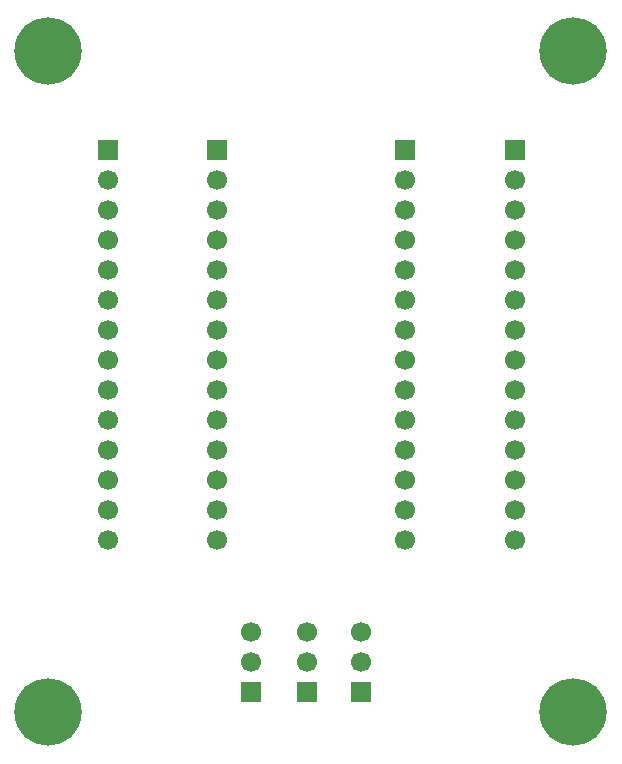
<source format=gbr>
%TF.GenerationSoftware,KiCad,Pcbnew,9.0.6*%
%TF.CreationDate,2025-12-16T16:23:58-03:00*%
%TF.ProjectId,shield teensy_v3,73686965-6c64-4207-9465-656e73795f76,rev?*%
%TF.SameCoordinates,Original*%
%TF.FileFunction,Soldermask,Bot*%
%TF.FilePolarity,Negative*%
%FSLAX46Y46*%
G04 Gerber Fmt 4.6, Leading zero omitted, Abs format (unit mm)*
G04 Created by KiCad (PCBNEW 9.0.6) date 2025-12-16 16:23:58*
%MOMM*%
%LPD*%
G01*
G04 APERTURE LIST*
%ADD10R,1.700000X1.700000*%
%ADD11C,1.700000*%
%ADD12C,5.700000*%
G04 APERTURE END LIST*
D10*
%TO.C,J2*%
X180370000Y-77025000D03*
D11*
X180370000Y-79565000D03*
X180370000Y-82105000D03*
X180370000Y-84645000D03*
X180370000Y-87185000D03*
X180370000Y-89725000D03*
X180370000Y-92265000D03*
X180370000Y-94805000D03*
X180370000Y-97345000D03*
X180370000Y-99885000D03*
X180370000Y-102425000D03*
X180370000Y-104965000D03*
X180370000Y-107505000D03*
X180370000Y-110045000D03*
%TD*%
D10*
%TO.C,J1*%
X164456191Y-77025000D03*
D11*
X164456191Y-79565000D03*
X164456191Y-82105000D03*
X164456191Y-84645000D03*
X164456191Y-87185000D03*
X164456191Y-89725000D03*
X164456191Y-92265000D03*
X164456191Y-94805000D03*
X164456191Y-97345000D03*
X164456191Y-99885000D03*
X164456191Y-102425000D03*
X164456191Y-104965000D03*
X164456191Y-107505000D03*
X164456191Y-110045000D03*
%TD*%
D10*
%TO.C,J6*%
X167390000Y-122940000D03*
D11*
X167390000Y-120400000D03*
X167390000Y-117860000D03*
%TD*%
D10*
%TO.C,J7*%
X176680000Y-122940000D03*
D11*
X176680000Y-120400000D03*
X176680000Y-117860000D03*
%TD*%
D10*
%TO.C,J5*%
X172080000Y-122940000D03*
D11*
X172080000Y-120400000D03*
X172080000Y-117860000D03*
%TD*%
D10*
%TO.C,J4*%
X189720715Y-77025000D03*
D11*
X189720715Y-79565000D03*
X189720715Y-82105000D03*
X189720715Y-84645000D03*
X189720715Y-87185000D03*
X189720715Y-89725000D03*
X189720715Y-92265000D03*
X189720715Y-94805000D03*
X189720715Y-97345000D03*
X189720715Y-99885000D03*
X189720715Y-102425000D03*
X189720715Y-104965000D03*
X189720715Y-107505000D03*
X189720715Y-110045000D03*
%TD*%
D10*
%TO.C,J3*%
X155241191Y-77025000D03*
D11*
X155241191Y-79565000D03*
X155241191Y-82105000D03*
X155241191Y-84645000D03*
X155241191Y-87185000D03*
X155241191Y-89725000D03*
X155241191Y-92265000D03*
X155241191Y-94805000D03*
X155241191Y-97345000D03*
X155241191Y-99885000D03*
X155241191Y-102425000D03*
X155241191Y-104965000D03*
X155241191Y-107505000D03*
X155241191Y-110045000D03*
%TD*%
D12*
%TO.C,H4*%
X150210000Y-124650000D03*
%TD*%
%TO.C,H3*%
X194660000Y-124650000D03*
%TD*%
%TO.C,H2*%
X194660000Y-68710000D03*
%TD*%
%TO.C,H1*%
X150210000Y-68710000D03*
%TD*%
M02*

</source>
